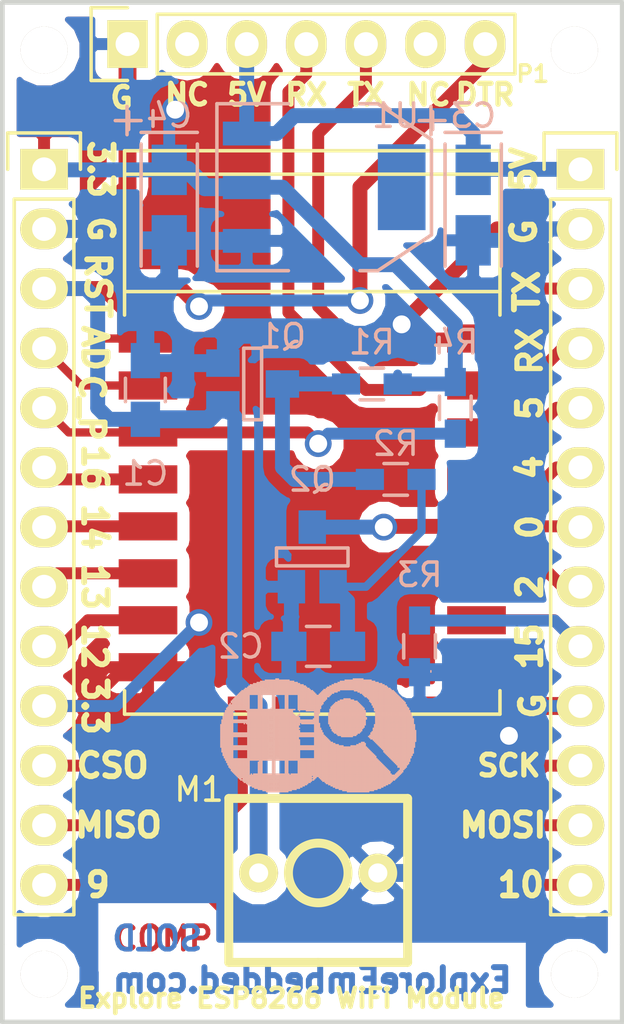
<source format=kicad_pcb>
(kicad_pcb (version 4) (host pcbnew "(2015-01-16 BZR 5376)-product")
  (layers (0 F.Cu signal) (31 B.Cu signal) (34 B.Paste user) (35 F.Paste user) (36 B.SilkS user) (37 F.SilkS user) (38 B.Mask user) (39 F.Mask user) (44 Edge.Cuts user))
  (net 0 "")
  (net 1 GND)
  (net 2 "Net-(C2-Pad1)")
  (net 3 +5V)
  (net 4 +3V3)
  (net 5 "Net-(M1-Pad16)")
  (net 6 "Net-(M1-Pad2)")
  (net 7 "Net-(M1-Pad3)")
  (net 8 "Net-(M1-Pad4)")
  (net 9 "Net-(M1-Pad5)")
  (net 10 "Net-(M1-Pad6)")
  (net 11 "Net-(M1-Pad7)")
  (net 12 "Net-(M1-Pad9)")
  (net 13 "Net-(M1-Pad10)")
  (net 14 /GPIO10)
  (net 15 /MOSI)
  (net 16 /SCK)
  (net 17 "Net-(M1-Pad11)")
  (net 18 "Net-(M1-Pad17)")
  (net 19 /GPIO0)
  (net 20 "Net-(M1-Pad19)")
  (net 21 "Net-(M1-Pad20)")
  (net 22 /TX)
  (net 23 /RX)
  (net 24 "Net-(Q1-PadD)")
  (net 25 "Net-(P4-Pad1)")
  (net 26 "Net-(P5-Pad1)")
  (net 27 "Net-(P6-Pad1)")
  (net 28 "Net-(P7-Pad1)")
  (net 29 /RESET)
  (net 30 "Net-(P1-Pad2)")
  (net 31 "Net-(P1-Pad6)")
  (module ESP12E:ESP-12E (layer F.Cu) (at 125.73 61.468 270)
    (fp_text reference M1 (at 13.208 4.826 360) (layer F.SilkS))
    (fp_text value ESP-12E hide)
    (pad 1 smd rect (at -6 7 270) (size 1.2 2.5) (layers F.Cu F.Paste F.Mask) (net 29 /RESET))
    (pad 2 smd rect (at -4 7 270) (size 1.2 2.5) (layers F.Cu F.Paste F.Mask) (net 6 "Net-(M1-Pad2)"))
    (pad 3 smd rect (at -2 7 270) (size 1.2 2.5) (layers F.Cu F.Paste F.Mask) (net 7 "Net-(M1-Pad3)"))
    (pad 4 smd rect (at 0 7 270) (size 1.2 2.5) (layers F.Cu F.Paste F.Mask) (net 8 "Net-(M1-Pad4)"))
    (pad 5 smd rect (at 2 7 270) (size 1.2 2.5) (layers F.Cu F.Paste F.Mask) (net 9 "Net-(M1-Pad5)"))
    (pad 6 smd rect (at 4 7 270) (size 1.2 2.5) (layers F.Cu F.Paste F.Mask) (net 10 "Net-(M1-Pad6)"))
    (pad 7 smd rect (at 6 7 270) (size 1.2 2.5) (layers F.Cu F.Paste F.Mask) (net 11 "Net-(M1-Pad7)"))
    (pad 8 smd rect (at 8 7 270) (size 1.2 2.5) (layers F.Cu F.Paste F.Mask) (net 4 +3V3))
    (pad 9 smd rect (at 10.5 5 180) (size 1.2 2.5) (layers F.Cu F.Paste F.Mask) (net 12 "Net-(M1-Pad9)"))
    (pad 10 smd rect (at 10.5 3 180) (size 1.2 2.5) (layers F.Cu F.Paste F.Mask) (net 13 "Net-(M1-Pad10)"))
    (pad 12 smd rect (at 10.5 -1 180) (size 1.2 2.5) (layers F.Cu F.Paste F.Mask) (net 14 /GPIO10))
    (pad 13 smd rect (at 10.5 -3 180) (size 1.2 2.5) (layers F.Cu F.Paste F.Mask) (net 15 /MOSI))
    (pad 14 smd rect (at 10.5 -5 180) (size 1.2 2.5) (layers F.Cu F.Paste F.Mask) (net 16 /SCK))
    (pad 15 smd rect (at 8 -7 270) (size 1.2 2.5) (layers F.Cu F.Paste F.Mask) (net 1 GND))
    (pad 16 smd rect (at 6 -7 270) (size 1.2 2.5) (layers F.Cu F.Paste F.Mask) (net 5 "Net-(M1-Pad16)"))
    (pad 11 smd rect (at 10.5 1 180) (size 1.2 2.5) (layers F.Cu F.Paste F.Mask) (net 17 "Net-(M1-Pad11)"))
    (pad 17 smd rect (at 4 -7 270) (size 1.2 2.5) (layers F.Cu F.Paste F.Mask) (net 18 "Net-(M1-Pad17)"))
    (pad 18 smd rect (at 2 -7 270) (size 1.2 2.5) (layers F.Cu F.Paste F.Mask) (net 19 /GPIO0))
    (pad 19 smd rect (at 0 -7 270) (size 1.2 2.5) (layers F.Cu F.Paste F.Mask) (net 20 "Net-(M1-Pad19)"))
    (pad 20 smd rect (at -2 -7 270) (size 1.2 2.5) (layers F.Cu F.Paste F.Mask) (net 21 "Net-(M1-Pad20)"))
    (pad 21 smd rect (at -4 -7 270) (size 1.2 2.5) (layers F.Cu F.Paste F.Mask) (net 23 /RX))
    (pad 22 smd rect (at -6 -7 270) (size 1.2 2.5) (layers F.Cu F.Paste F.Mask) (net 22 /TX))
  )
  (module Connect:1pin (layer F.Cu) (at 136.906 43.18)
    (fp_text reference P7 hide)
    (fp_text value CONN_01X01 hide)
    (pad 1 thru_hole circle (at 0 0) (size 2 2) (drill 2) (layers *.Cu *.Mask F.SilkS) (net 28 "Net-(P7-Pad1)"))
  )
  (module Connect:1pin (layer F.Cu) (at 114.3 43.18)
    (fp_text reference P4 hide)
    (fp_text value CONN_01X01 hide)
    (pad 1 thru_hole circle (at 0 0) (size 2 2) (drill 2) (layers *.Cu *.Mask F.SilkS) (net 25 "Net-(P4-Pad1)"))
  )
  (module Connect:1pin (layer F.Cu) (at 114.3 82.55)
    (fp_text reference P6 hide)
    (fp_text value CONN_01X01 hide)
    (pad 1 thru_hole circle (at 0 0) (size 2 2) (drill 2) (layers *.Cu *.Mask F.SilkS) (net 27 "Net-(P6-Pad1)"))
  )
  (module Connect:1pin (layer F.Cu) (at 136.906 82.55)
    (fp_text reference P5 hide)
    (fp_text value CONN_01X01 hide)
    (pad 1 thru_hole circle (at 0 0) (size 2 2) (drill 2) (layers *.Cu *.Mask F.SilkS) (net 26 "Net-(P5-Pad1)"))
  )
  (module Capacitors_SMD:C_0805_HandSoldering (layer B.Cu) (at 118.618 57.658 90)
    (fp_text reference C1 (at -3.556 0 180) (layer B.SilkS) (effects (justify mirror)))
    (fp_text value 0.1u hide)
    (pad 1 smd rect (at -1.25 0 90) (size 1.5 1.25) (layers B.Cu B.Paste B.Mask) (net 29 /RESET))
    (pad 2 smd rect (at 1.25 0 90) (size 1.5 1.25) (layers B.Cu B.Paste B.Mask) (net 1 GND))
  )
  (module Capacitors_SMD:C_0805_HandSoldering (layer B.Cu) (at 125.984 68.58 180)
    (fp_text reference C2 (at 3.302 0 180) (layer B.SilkS) (effects (justify mirror)))
    (fp_text value 2u2 hide)
    (pad 1 smd rect (at -1.25 0 180) (size 1.5 1.25) (layers B.Cu B.Paste B.Mask) (net 2 "Net-(C2-Pad1)"))
    (pad 2 smd rect (at 1.25 0 180) (size 1.5 1.25) (layers B.Cu B.Paste B.Mask) (net 1 GND))
  )
  (module Capacitors_Tantalum_SMD:TantalC_SizeA_EIA-3216_Wave (layer B.Cu) (at 132.588 49.784 270)
    (fp_text reference C3 (at -3.81 0 360) (layer B.SilkS) (effects (justify mirror)))
    (fp_text value 4u7 hide)
    (fp_text user + (at -3.59918 1.80086 270) (layer B.SilkS) (effects (justify mirror)))
    (pad 2 smd rect (at 1.50114 0 270) (size 2.14884 1.50114) (layers B.Cu B.Paste B.Mask) (net 1 GND))
    (pad 1 smd rect (at -1.50114 0 270) (size 2.14884 1.50114) (layers B.Cu B.Paste B.Mask) (net 3 +5V))
  )
  (module Capacitors_Tantalum_SMD:TantalC_SizeA_EIA-3216_Wave (layer B.Cu) (at 119.634 49.784 270)
    (fp_text reference C4 (at -3.81 0 360) (layer B.SilkS) (effects (justify mirror)))
    (fp_text value 10u hide)
    (fp_text user + (at -3.59918 1.80086 270) (layer B.SilkS) (effects (justify mirror)))
    (pad 2 smd rect (at 1.50114 0 270) (size 2.14884 1.50114) (layers B.Cu B.Paste B.Mask) (net 1 GND))
    (pad 1 smd rect (at -1.50114 0 270) (size 2.14884 1.50114) (layers B.Cu B.Paste B.Mask) (net 4 +3V3))
  )
  (module Pin_Headers:Pin_Header_Straight_1x13 (layer F.Cu) (at 137.16 48.26)
    (fp_text reference P2 hide)
    (fp_text value CONN_01X13 hide)
    (pad 1 thru_hole rect (at 0 0) (size 2.032 1.7272) (drill 1.016) (layers *.Cu *.Mask F.SilkS) (net 3 +5V))
    (pad 2 thru_hole oval (at 0 2.54) (size 2.032 1.7272) (drill 1.016) (layers *.Cu *.Mask F.SilkS) (net 1 GND))
    (pad 3 thru_hole oval (at 0 5.08) (size 2.032 1.7272) (drill 1.016) (layers *.Cu *.Mask F.SilkS) (net 22 /TX))
    (pad 4 thru_hole oval (at 0 7.62) (size 2.032 1.7272) (drill 1.016) (layers *.Cu *.Mask F.SilkS) (net 23 /RX))
    (pad 5 thru_hole oval (at 0 10.16) (size 2.032 1.7272) (drill 1.016) (layers *.Cu *.Mask F.SilkS) (net 21 "Net-(M1-Pad20)"))
    (pad 6 thru_hole oval (at 0 12.7) (size 2.032 1.7272) (drill 1.016) (layers *.Cu *.Mask F.SilkS) (net 20 "Net-(M1-Pad19)"))
    (pad 7 thru_hole oval (at 0 15.24) (size 2.032 1.7272) (drill 1.016) (layers *.Cu *.Mask F.SilkS) (net 19 /GPIO0))
    (pad 8 thru_hole oval (at 0 17.78) (size 2.032 1.7272) (drill 1.016) (layers *.Cu *.Mask F.SilkS) (net 18 "Net-(M1-Pad17)"))
    (pad 9 thru_hole oval (at 0 20.32) (size 2.032 1.7272) (drill 1.016) (layers *.Cu *.Mask F.SilkS) (net 5 "Net-(M1-Pad16)"))
    (pad 10 thru_hole oval (at 0 22.86) (size 2.032 1.7272) (drill 1.016) (layers *.Cu *.Mask F.SilkS) (net 1 GND))
    (pad 11 thru_hole oval (at 0 25.4) (size 2.032 1.7272) (drill 1.016) (layers *.Cu *.Mask F.SilkS) (net 16 /SCK))
    (pad 12 thru_hole oval (at 0 27.94) (size 2.032 1.7272) (drill 1.016) (layers *.Cu *.Mask F.SilkS) (net 15 /MOSI))
    (pad 13 thru_hole oval (at 0 30.48) (size 2.032 1.7272) (drill 1.016) (layers *.Cu *.Mask F.SilkS) (net 14 /GPIO10))
  )
  (module Pin_Headers:Pin_Header_Straight_1x13 (layer F.Cu) (at 114.3 48.26)
    (fp_text reference P3 hide)
    (fp_text value CONN_01X13 hide)
    (pad 1 thru_hole rect (at 0 0) (size 2.032 1.7272) (drill 1.016) (layers *.Cu *.Mask F.SilkS) (net 4 +3V3))
    (pad 2 thru_hole oval (at 0 2.54) (size 2.032 1.7272) (drill 1.016) (layers *.Cu *.Mask F.SilkS) (net 1 GND))
    (pad 3 thru_hole oval (at 0 5.08) (size 2.032 1.7272) (drill 1.016) (layers *.Cu *.Mask F.SilkS) (net 29 /RESET))
    (pad 4 thru_hole oval (at 0 7.62) (size 2.032 1.7272) (drill 1.016) (layers *.Cu *.Mask F.SilkS) (net 6 "Net-(M1-Pad2)"))
    (pad 5 thru_hole oval (at 0 10.16) (size 2.032 1.7272) (drill 1.016) (layers *.Cu *.Mask F.SilkS) (net 7 "Net-(M1-Pad3)"))
    (pad 6 thru_hole oval (at 0 12.7) (size 2.032 1.7272) (drill 1.016) (layers *.Cu *.Mask F.SilkS) (net 8 "Net-(M1-Pad4)"))
    (pad 7 thru_hole oval (at 0 15.24) (size 2.032 1.7272) (drill 1.016) (layers *.Cu *.Mask F.SilkS) (net 9 "Net-(M1-Pad5)"))
    (pad 8 thru_hole oval (at 0 17.78) (size 2.032 1.7272) (drill 1.016) (layers *.Cu *.Mask F.SilkS) (net 10 "Net-(M1-Pad6)"))
    (pad 9 thru_hole oval (at 0 20.32) (size 2.032 1.7272) (drill 1.016) (layers *.Cu *.Mask F.SilkS) (net 11 "Net-(M1-Pad7)"))
    (pad 10 thru_hole oval (at 0 22.86) (size 2.032 1.7272) (drill 1.016) (layers *.Cu *.Mask F.SilkS) (net 4 +3V3))
    (pad 11 thru_hole oval (at 0 25.4) (size 2.032 1.7272) (drill 1.016) (layers *.Cu *.Mask F.SilkS) (net 12 "Net-(M1-Pad9)"))
    (pad 12 thru_hole oval (at 0 27.94) (size 2.032 1.7272) (drill 1.016) (layers *.Cu *.Mask F.SilkS) (net 13 "Net-(M1-Pad10)"))
    (pad 13 thru_hole oval (at 0 30.48) (size 2.032 1.7272) (drill 1.016) (layers *.Cu *.Mask F.SilkS) (net 17 "Net-(M1-Pad11)"))
  )
  (module ESP12E:SOT-23-GDS (layer B.Cu) (at 123.19 57.404 270)
    (fp_text reference Q1 (at -2.032 -1.27 360) (layer B.SilkS) (effects (justify mirror)))
    (fp_text value BSS138 hide)
    (pad S smd rect (at -0.889 1.27 270) (size 1.1684 1.4224) (layers B.Cu B.Paste B.Mask) (net 1 GND))
    (pad G smd rect (at 0.889 1.27 270) (size 1.1684 1.4224) (layers B.Cu B.Paste B.Mask) (net 29 /RESET))
    (pad D smd rect (at 0 -1.27 270) (size 1.1684 1.4224) (layers B.Cu B.Paste B.Mask) (net 24 "Net-(Q1-PadD)"))
  )
  (module ESP12E:SOT-23-GDS (layer B.Cu) (at 125.73 64.77)
    (fp_text reference Q2 (at 0 -3.302) (layer B.SilkS) (effects (justify mirror)))
    (fp_text value BSS138 hide)
    (pad S smd rect (at -0.889 1.27) (size 1.1684 1.4224) (layers B.Cu B.Paste B.Mask) (net 1 GND))
    (pad G smd rect (at 0.889 1.27) (size 1.1684 1.4224) (layers B.Cu B.Paste B.Mask) (net 2 "Net-(C2-Pad1)"))
    (pad D smd rect (at 0 -1.27) (size 1.1684 1.4224) (layers B.Cu B.Paste B.Mask) (net 19 /GPIO0))
  )
  (module Resistors_SMD:R_0603_HandSoldering (layer B.Cu) (at 128.27 57.404 180)
    (fp_text reference R1 (at 0 1.778 360) (layer B.SilkS) (effects (justify mirror)))
    (fp_text value 470K hide)
    (pad 1 smd rect (at -1.1 0 180) (size 1.2 0.9) (layers B.Cu B.Paste B.Mask) (net 4 +3V3))
    (pad 2 smd rect (at 1.1 0 180) (size 1.2 0.9) (layers B.Cu B.Paste B.Mask) (net 24 "Net-(Q1-PadD)"))
  )
  (module Resistors_SMD:R_0603_HandSoldering (layer B.Cu) (at 129.286 61.468 180)
    (fp_text reference R2 (at 0 1.524 360) (layer B.SilkS) (effects (justify mirror)))
    (fp_text value 100K hide)
    (pad 1 smd rect (at -1.1 0 180) (size 1.2 0.9) (layers B.Cu B.Paste B.Mask) (net 2 "Net-(C2-Pad1)"))
    (pad 2 smd rect (at 1.1 0 180) (size 1.2 0.9) (layers B.Cu B.Paste B.Mask) (net 24 "Net-(Q1-PadD)"))
  )
  (module Resistors_SMD:R_0603_HandSoldering (layer B.Cu) (at 130.302 68.58 90)
    (fp_text reference R3 (at 3.048 0 180) (layer B.SilkS) (effects (justify mirror)))
    (fp_text value 10K hide)
    (pad 1 smd rect (at -1.1 0 90) (size 1.2 0.9) (layers B.Cu B.Paste B.Mask) (net 1 GND))
    (pad 2 smd rect (at 1.1 0 90) (size 1.2 0.9) (layers B.Cu B.Paste B.Mask) (net 5 "Net-(M1-Pad16)"))
  )
  (module Resistors_SMD:R_0603_HandSoldering (layer B.Cu) (at 131.826 58.42 270)
    (fp_text reference R4 (at -2.794 0 360) (layer B.SilkS) (effects (justify mirror)))
    (fp_text value 47K hide)
    (pad 1 smd rect (at -1.1 0 270) (size 1.2 0.9) (layers B.Cu B.Paste B.Mask) (net 4 +3V3))
    (pad 2 smd rect (at 1.1 0 270) (size 1.2 0.9) (layers B.Cu B.Paste B.Mask) (net 7 "Net-(M1-Pad3)"))
  )
  (module ESP12E:SW_PUSH_SMALL_2pin_xl (layer F.Cu) (at 125.984 78.232 180)
    (fp_text reference SW1 hide)
    (fp_text value SW_PUSH hide)
    (pad 1 thru_hole circle (at -2.54 0 180) (size 1.651 1.651) (drill 0.8128) (layers *.Cu *.Mask F.SilkS) (net 1 GND))
    (pad 2 thru_hole circle (at 2.54 0 180) (size 1.651 1.651) (drill 0.8128) (layers *.Cu *.Mask F.SilkS) (net 29 /RESET))
  )
  (module SMD_Packages:SOT-223 (layer B.Cu) (at 126.238 49.022 90)
    (fp_text reference U1 (at 3.048 3.048 360) (layer B.SilkS) (effects (justify mirror)))
    (fp_text value 1117-3.3 hide)
    (pad 4 smd rect (at 0 3.302 90) (size 3.6576 2.032) (layers B.Cu B.Paste B.Mask))
    (pad 2 smd rect (at 0 -3.302 90) (size 1.016 2.032) (layers B.Cu B.Paste B.Mask) (net 4 +3V3))
    (pad 3 smd rect (at 2.286 -3.302 90) (size 1.016 2.032) (layers B.Cu B.Paste B.Mask) (net 3 +5V))
    (pad 1 smd rect (at -2.286 -3.302 90) (size 1.016 2.032) (layers B.Cu B.Paste B.Mask) (net 1 GND))
  )
  (module Pin_Headers:Pin_Header_Straight_1x07 (layer F.Cu) (at 117.856 42.926 90)
    (fp_text reference P1 (at -1.27 17.272 180) (layer F.SilkS) (effects (font (size 0.7 0.7))))
    (fp_text value CONN_01X07 hide)
    (pad 1 thru_hole rect (at 0 0 90) (size 2.032 1.7272) (drill 1.016) (layers *.Cu *.Mask F.SilkS) (net 1 GND))
    (pad 2 thru_hole oval (at 0 2.54 90) (size 2.032 1.7272) (drill 1.016) (layers *.Cu *.Mask F.SilkS) (net 30 "Net-(P1-Pad2)"))
    (pad 3 thru_hole oval (at 0 5.08 90) (size 2.032 1.7272) (drill 1.016) (layers *.Cu *.Mask F.SilkS) (net 3 +5V))
    (pad 4 thru_hole oval (at 0 7.62 90) (size 2.032 1.7272) (drill 1.016) (layers *.Cu *.Mask F.SilkS) (net 23 /RX))
    (pad 5 thru_hole oval (at 0 10.16 90) (size 2.032 1.7272) (drill 1.016) (layers *.Cu *.Mask F.SilkS) (net 22 /TX))
    (pad 6 thru_hole oval (at 0 12.7 90) (size 2.032 1.7272) (drill 1.016) (layers *.Cu *.Mask F.SilkS) (net 31 "Net-(P1-Pad6)"))
    (pad 7 thru_hole oval (at 0 15.24 90) (size 2.032 1.7272) (drill 1.016) (layers *.Cu *.Mask F.SilkS) (net 29 /RESET))
  )
  (module "logo:LOGO (2)" (layer B.Cu) (at 130.81 69.596 180)
    (fp_text reference LOGO hide)
    (fp_text value "" (at 0 0 180) (layer B.SilkS) (effects (justify mirror)))
  )
  (gr_text DTR (at 133.096 45.085) (layer F.SilkS) (effects (font (size 0.889 0.889) (thickness 0.22225))))
  (gr_text NC (at 130.683 45.085) (layer F.SilkS) (effects (font (size 0.889 0.889) (thickness 0.22225))))
  (gr_text TX (at 128.016 45.085) (layer F.SilkS) (effects (font (size 0.889 0.889) (thickness 0.22225))))
  (gr_text RX (at 125.476 45.085) (layer F.SilkS) (effects (font (size 0.889 0.889) (thickness 0.22225))))
  (gr_text 5V (at 122.936 45.085) (layer F.SilkS) (effects (font (size 0.889 0.889) (thickness 0.22225))))
  (gr_text NC (at 120.396 45.085) (layer F.SilkS) (effects (font (size 0.889 0.889) (thickness 0.22225))))
  (gr_text G (at 117.602 45.212) (layer F.SilkS) (effects (font (size 0.889 0.889) (thickness 0.22225))))
  (gr_text ExploreEmbedded.com (at 125.73 82.804) (layer B.Cu) (effects (font (size 1.016 1.016) (thickness 0.254)) (justify mirror)))
  (gr_text "Explore ESP8266 WiFi Module" (at 124.841 83.566) (layer F.SilkS) (effects (font (size 0.8 0.8) (thickness 0.2))))
  (gr_text 5V (at 134.747 48.26 90) (layer F.SilkS) (effects (font (size 1 1) (thickness 0.25))))
  (gr_text G (at 134.747 50.927 90) (layer F.SilkS) (effects (font (size 1 1) (thickness 0.25))))
  (gr_text TX (at 134.874 53.467 90) (layer F.SilkS) (effects (font (size 1 1) (thickness 0.25))))
  (gr_text RX (at 135.001 56.007 90) (layer F.SilkS) (effects (font (size 1 1) (thickness 0.22225))))
  (gr_text 5 (at 135.001 58.42 90) (layer F.SilkS) (effects (font (size 1 1) (thickness 0.25))))
  (gr_text 4 (at 135.001 60.96 90) (layer F.SilkS) (effects (font (size 1 1) (thickness 0.25))))
  (gr_text "0\n" (at 135.001 63.5 90) (layer F.SilkS) (effects (font (size 1 1) (thickness 0.25))))
  (gr_text 2 (at 135.001 66.04 90) (layer F.SilkS) (effects (font (size 1 1) (thickness 0.25))))
  (gr_text 15 (at 135.001 68.58 90) (layer F.SilkS) (effects (font (size 1 1) (thickness 0.25))))
  (gr_text G (at 135.128 71.12 90) (layer F.SilkS) (effects (font (size 1 1) (thickness 0.25))))
  (gr_text SCK (at 134.112 73.66) (layer F.SilkS) (effects (font (size 0.889 0.889) (thickness 0.22225))))
  (gr_text MOSI (at 133.858 76.2) (layer F.SilkS) (effects (font (size 1 1) (thickness 0.25))))
  (gr_text 10 (at 134.62 78.74) (layer F.SilkS) (effects (font (size 1 1) (thickness 0.25))))
  (gr_text 9 (at 116.586 78.74) (layer F.SilkS) (effects (font (size 1 1) (thickness 0.25))))
  (gr_text MISO (at 117.475 76.2) (layer F.SilkS) (effects (font (size 1 1) (thickness 0.25))))
  (gr_text CSO (at 117.221 73.66) (layer F.SilkS) (effects (font (size 1 1) (thickness 0.25))))
  (gr_text 3.3 (at 116.459 71.12 270) (layer F.SilkS) (effects (font (size 1 1) (thickness 0.25))))
  (gr_text 12 (at 116.459 68.58 270) (layer F.SilkS) (effects (font (size 1 1) (thickness 0.25))))
  (gr_text 13 (at 116.459 66.04 270) (layer F.SilkS) (effects (font (size 1 1) (thickness 0.25))))
  (gr_text 14 (at 116.459 63.5 270) (layer F.SilkS) (effects (font (size 1 1) (thickness 0.25))))
  (gr_text 16 (at 116.459 60.96 270) (layer F.SilkS) (effects (font (size 1 1) (thickness 0.25))))
  (gr_text C_P (at 116.332 58.42 270) (layer F.SilkS) (effects (font (size 1 1) (thickness 0.25))))
  (gr_text "AD\n" (at 116.459 55.88 270) (layer F.SilkS) (effects (font (size 1 1) (thickness 0.25))))
  (gr_text RST (at 116.586 53.213 270) (layer F.SilkS) (effects (font (size 1 1) (thickness 0.25))))
  (gr_text G (at 116.713 50.8 270) (layer F.SilkS) (effects (font (size 1 1) (thickness 0.25))))
  (gr_text 3.3 (at 116.713 48.26 270) (layer F.SilkS) (effects (font (size 1 1) (thickness 0.25))))
  (gr_line (start 138.938 84.582) (end 138.938 81.28) (angle 90) (layer Edge.Cuts) (width 0.2))
  (gr_line (start 112.522 84.582) (end 138.938 84.582) (angle 90) (layer Edge.Cuts) (width 0.2))
  (gr_line (start 112.522 81.28) (end 112.522 84.582) (angle 90) (layer Edge.Cuts) (width 0.2))
  (gr_text COMP (at 119.38 81.026) (layer F.Cu) (effects (font (size 1 1) (thickness 0.2))))
  (gr_text SOLD (at 119.126 81.026) (layer B.Cu) (effects (font (size 1 1) (thickness 0.2)) (justify mirror)))
  (gr_line (start 138.938 41.148) (end 112.522 41.148) (angle 90) (layer Edge.Cuts) (width 0.2))
  (gr_line (start 138.938 81.28) (end 138.938 41.148) (angle 90) (layer Edge.Cuts) (width 0.2))
  (gr_line (start 112.522 41.148) (end 112.522 81.28) (angle 90) (layer Edge.Cuts) (width 0.2))
  (segment (start 122.936 51.308) (end 119.65686 51.308) (width 0.762) (layer B.Cu) (net 1))
  (segment (start 119.65686 51.308) (end 119.634 51.28514) (width 0.35) (layer B.Cu) (net 1))
  (segment (start 116.332 50.8) (end 114.3 50.8) (width 0.762) (layer B.Cu) (net 1))
  (segment (start 116.81714 51.28514) (end 116.332 50.8) (width 0.35) (layer B.Cu) (net 1))
  (segment (start 130.302 69.68) (end 132.926 69.68) (width 0.35) (layer B.Cu) (net 1))
  (segment (start 133.73 69.468) (end 133.73 70.484) (width 0.35) (layer F.Cu) (net 1))
  (via (at 134.112 72.39) (size 1.143) (drill 0.762) (layers F.Cu B.Cu) (net 1))
  (segment (start 134.112 72.39) (end 134.366 72.136) (width 0.35) (layer F.Cu) (net 1))
  (segment (start 121.813 56.408) (end 121.92 56.515) (width 0.35) (layer B.Cu) (net 1))
  (segment (start 118.618 56.408) (end 121.813 56.408) (width 0.35) (layer B.Cu) (net 1))
  (segment (start 124.841 68.473) (end 124.734 68.58) (width 0.35) (layer B.Cu) (net 1))
  (segment (start 124.841 66.04) (end 124.841 68.473) (width 0.635) (layer B.Cu) (net 1))
  (segment (start 129.624 69.68) (end 128.778 68.834) (width 0.35) (layer B.Cu) (net 1))
  (segment (start 128.778 68.834) (end 128.778 66.480084) (width 0.35) (layer B.Cu) (net 1))
  (segment (start 128.778 66.480084) (end 131.250084 64.008) (width 0.35) (layer B.Cu) (net 1))
  (segment (start 131.250084 64.008) (end 133.096 64.008) (width 0.35) (layer B.Cu) (net 1))
  (segment (start 133.096 64.008) (end 133.35 63.754) (width 0.35) (layer B.Cu) (net 1))
  (segment (start 130.302 69.68) (end 129.624 69.68) (width 0.508) (layer B.Cu) (net 1))
  (segment (start 117.856 49.022) (end 116.078 50.8) (width 0.762) (layer F.Cu) (net 1))
  (segment (start 116.078 50.8) (end 114.3 50.8) (width 0.762) (layer F.Cu) (net 1))
  (segment (start 117.856 42.926) (end 117.856 49.022) (width 0.762) (layer F.Cu) (net 1))
  (segment (start 121.92 56.134) (end 121.92 56.515) (width 0.381) (layer B.Cu) (net 1))
  (segment (start 133.604 50.8) (end 129.54 54.864) (width 0.635) (layer F.Cu) (net 1))
  (via (at 129.54 54.864) (size 1.143) (drill 0.762) (layers F.Cu B.Cu) (net 1))
  (segment (start 129.54 54.864) (end 129.032 55.372) (width 0.635) (layer B.Cu) (net 1))
  (segment (start 129.032 55.372) (end 122.682 55.372) (width 0.635) (layer B.Cu) (net 1))
  (segment (start 122.682 55.372) (end 121.92 56.134) (width 0.635) (layer B.Cu) (net 1))
  (segment (start 137.16 50.8) (end 133.604 50.8) (width 0.635) (layer F.Cu) (net 1))
  (segment (start 116.332 50.8) (end 114.3 50.8) (width 0.762) (layer B.Cu) (net 1))
  (segment (start 116.81714 51.28514) (end 116.332 50.8) (width 0.762) (layer B.Cu) (net 1))
  (segment (start 119.634 51.28514) (end 116.81714 51.28514) (width 0.762) (layer B.Cu) (net 1))
  (segment (start 118.618 53.848) (end 119.634 52.832) (width 0.762) (layer B.Cu) (net 1))
  (segment (start 119.634 52.832) (end 119.634 51.28514) (width 0.762) (layer B.Cu) (net 1))
  (segment (start 118.618 56.408) (end 118.618 53.848) (width 0.762) (layer B.Cu) (net 1))
  (segment (start 118.725 56.515) (end 118.618 56.408) (width 0.762) (layer B.Cu) (net 1))
  (segment (start 121.92 56.515) (end 118.725 56.515) (width 0.762) (layer B.Cu) (net 1))
  (segment (start 132.926 69.68) (end 130.302 69.68) (width 0.762) (layer B.Cu) (net 1))
  (segment (start 134.112 70.866) (end 132.926 69.68) (width 0.762) (layer B.Cu) (net 1))
  (segment (start 134.112 72.39) (end 134.112 70.866) (width 0.762) (layer B.Cu) (net 1))
  (segment (start 133.73 72.008) (end 134.112 72.39) (width 0.762) (layer F.Cu) (net 1))
  (segment (start 133.73 69.468) (end 133.73 72.008) (width 0.762) (layer F.Cu) (net 1))
  (segment (start 135.382 71.12) (end 134.112 72.39) (width 0.762) (layer F.Cu) (net 1))
  (segment (start 137.16 71.12) (end 135.382 71.12) (width 0.762) (layer F.Cu) (net 1))
  (segment (start 124.734 70.378) (end 126.746 72.39) (width 0.635) (layer B.Cu) (net 1))
  (segment (start 126.746 72.39) (end 134.112 72.39) (width 0.635) (layer B.Cu) (net 1))
  (segment (start 124.734 68.58) (end 124.734 70.378) (width 0.635) (layer B.Cu) (net 1))
  (segment (start 134.366 50.8) (end 133.88086 51.28514) (width 0.635) (layer B.Cu) (net 1))
  (segment (start 133.88086 51.28514) (end 132.588 51.28514) (width 0.635) (layer B.Cu) (net 1))
  (segment (start 137.16 50.8) (end 134.366 50.8) (width 0.635) (layer B.Cu) (net 1))
  (segment (start 135.89 50.8) (end 134.112 52.578) (width 0.635) (layer B.Cu) (net 1))
  (segment (start 134.112 52.578) (end 134.112 62.992) (width 0.635) (layer B.Cu) (net 1))
  (segment (start 134.112 62.992) (end 133.35 63.754) (width 0.635) (layer B.Cu) (net 1))
  (segment (start 137.16 50.8) (end 135.89 50.8) (width 0.635) (layer B.Cu) (net 1))
  (segment (start 132.334 78.232) (end 133.35 77.216) (width 0.762) (layer B.Cu) (net 1))
  (segment (start 134.112 76.454) (end 134.112 72.39) (width 0.762) (layer B.Cu) (net 1))
  (segment (start 133.35 77.216) (end 134.112 76.454) (width 0.762) (layer B.Cu) (net 1))
  (segment (start 128.524 78.232) (end 132.334 78.232) (width 0.762) (layer B.Cu) (net 1))
  (segment (start 130.386 63.67) (end 130.386 61.468) (width 0.35) (layer B.Cu) (net 2))
  (segment (start 128.016 66.04) (end 130.386 63.67) (width 0.35) (layer B.Cu) (net 2))
  (segment (start 126.619 66.04) (end 128.016 66.04) (width 0.35) (layer B.Cu) (net 2))
  (segment (start 127.234 66.655) (end 126.619 66.04) (width 0.635) (layer B.Cu) (net 2))
  (segment (start 127.234 68.58) (end 127.234 66.655) (width 0.635) (layer B.Cu) (net 2))
  (segment (start 132.588 48.28286) (end 137.13714 48.28286) (width 0.35) (layer B.Cu) (net 3))
  (segment (start 137.13714 48.28286) (end 137.16 48.26) (width 0.35) (layer B.Cu) (net 3))
  (segment (start 122.936 42.926) (end 122.936 46.736) (width 0.635) (layer B.Cu) (net 3))
  (segment (start 124.206 46.736) (end 124.968 45.974) (width 0.635) (layer B.Cu) (net 3))
  (segment (start 124.968 45.974) (end 131.826 45.974) (width 0.635) (layer B.Cu) (net 3))
  (segment (start 131.826 45.974) (end 132.588 46.736) (width 0.635) (layer B.Cu) (net 3))
  (segment (start 132.588 46.736) (end 132.588 48.28286) (width 0.635) (layer B.Cu) (net 3))
  (segment (start 122.936 46.736) (end 124.206 46.736) (width 0.635) (layer B.Cu) (net 3))
  (segment (start 132.61086 48.26) (end 132.588 48.28286) (width 0.635) (layer B.Cu) (net 3))
  (segment (start 137.16 48.26) (end 132.61086 48.26) (width 0.635) (layer B.Cu) (net 3))
  (segment (start 114.32286 48.28286) (end 114.3 48.26) (width 0.35) (layer B.Cu) (net 4))
  (segment (start 114.32286 48.28286) (end 114.3 48.26) (width 0.35) (layer B.Cu) (net 4))
  (segment (start 131.742 57.404) (end 131.826 57.32) (width 0.35) (layer B.Cu) (net 4))
  (segment (start 129.37 57.404) (end 131.742 57.404) (width 0.635) (layer B.Cu) (net 4))
  (segment (start 124.46 49.022) (end 122.936 49.022) (width 0.381) (layer B.Cu) (net 4))
  (segment (start 129.37 57.404) (end 129.37 56.98) (width 0.381) (layer B.Cu) (net 4))
  (segment (start 124.46 49.022) (end 122.936 49.022) (width 0.635) (layer B.Cu) (net 4))
  (segment (start 131.826 54.864) (end 129.286 52.324) (width 0.635) (layer B.Cu) (net 4))
  (segment (start 129.286 52.324) (end 127.762 52.324) (width 0.635) (layer B.Cu) (net 4))
  (segment (start 127.762 52.324) (end 124.46 49.022) (width 0.635) (layer B.Cu) (net 4))
  (segment (start 131.826 57.32) (end 131.826 54.864) (width 0.635) (layer B.Cu) (net 4))
  (segment (start 120.41886 48.28286) (end 119.634 48.28286) (width 0.762) (layer B.Cu) (net 4))
  (segment (start 121.158 49.022) (end 120.41886 48.28286) (width 0.762) (layer B.Cu) (net 4))
  (segment (start 122.936 49.022) (end 121.158 49.022) (width 0.762) (layer B.Cu) (net 4))
  (segment (start 117.348 71.12) (end 120.904 67.564) (width 0.508) (layer B.Cu) (net 4))
  (via (at 120.904 67.564) (size 1.143) (drill 0.762) (layers F.Cu B.Cu) (net 4))
  (segment (start 120.904 67.564) (end 127.762 60.706) (width 0.508) (layer F.Cu) (net 4))
  (segment (start 127.762 60.706) (end 127.762 59.182) (width 0.508) (layer F.Cu) (net 4))
  (segment (start 127.762 59.182) (end 123.19 54.61) (width 0.508) (layer F.Cu) (net 4))
  (segment (start 123.19 54.61) (end 123.19 49.022) (width 0.508) (layer F.Cu) (net 4))
  (segment (start 123.19 49.022) (end 119.888 45.72) (width 0.508) (layer F.Cu) (net 4))
  (via (at 119.888 45.72) (size 1.143) (drill 0.762) (layers F.Cu B.Cu) (net 4))
  (segment (start 119.888 45.72) (end 119.634 45.974) (width 0.508) (layer B.Cu) (net 4))
  (segment (start 119.634 45.974) (end 119.634 48.28286) (width 0.508) (layer B.Cu) (net 4))
  (segment (start 114.3 71.12) (end 117.348 71.12) (width 0.508) (layer B.Cu) (net 4))
  (segment (start 116.078 71.12) (end 114.3 71.12) (width 0.508) (layer F.Cu) (net 4))
  (segment (start 117.73 69.468) (end 116.078 71.12) (width 0.508) (layer F.Cu) (net 4))
  (segment (start 118.23 69.468) (end 117.73 69.468) (width 0.508) (layer F.Cu) (net 4))
  (segment (start 114.32286 48.28286) (end 114.3 48.26) (width 0.508) (layer B.Cu) (net 4))
  (segment (start 114.32286 48.28286) (end 114.3 48.26) (width 0.635) (layer B.Cu) (net 4))
  (segment (start 119.634 48.28286) (end 114.32286 48.28286) (width 0.635) (layer B.Cu) (net 4))
  (segment (start 130.302 67.48) (end 136.06 67.48) (width 0.508) (layer B.Cu) (net 5))
  (segment (start 136.06 67.48) (end 137.16 68.58) (width 0.508) (layer B.Cu) (net 5))
  (segment (start 136.048 67.468) (end 137.16 68.58) (width 0.35) (layer F.Cu) (net 5))
  (segment (start 133.73 67.468) (end 136.048 67.468) (width 0.35) (layer F.Cu) (net 5))
  (segment (start 136.048 67.468) (end 137.16 68.58) (width 0.508) (layer F.Cu) (net 5))
  (segment (start 133.23 67.468) (end 136.048 67.468) (width 0.508) (layer F.Cu) (net 5))
  (segment (start 115.888 57.468) (end 114.3 55.88) (width 0.35) (layer F.Cu) (net 6))
  (segment (start 117.73 57.468) (end 115.888 57.468) (width 0.35) (layer F.Cu) (net 6))
  (segment (start 115.348 59.468) (end 114.3 58.42) (width 0.35) (layer F.Cu) (net 7))
  (segment (start 117.73 59.468) (end 115.348 59.468) (width 0.35) (layer F.Cu) (net 7))
  (segment (start 126.408 59.52) (end 125.984 59.944) (width 0.508) (layer B.Cu) (net 7))
  (via (at 125.984 59.944) (size 1.143) (drill 0.762) (layers F.Cu B.Cu) (net 7))
  (segment (start 125.984 59.944) (end 125.508 59.468) (width 0.508) (layer F.Cu) (net 7))
  (segment (start 125.508 59.468) (end 117.73 59.468) (width 0.508) (layer F.Cu) (net 7))
  (segment (start 131.826 59.52) (end 126.408 59.52) (width 0.508) (layer B.Cu) (net 7))
  (segment (start 114.808 61.468) (end 114.3 60.96) (width 0.35) (layer F.Cu) (net 8))
  (segment (start 117.73 61.468) (end 114.808 61.468) (width 0.35) (layer F.Cu) (net 8))
  (segment (start 114.808 61.468) (end 114.3 60.96) (width 0.508) (layer F.Cu) (net 8))
  (segment (start 118.23 61.468) (end 114.808 61.468) (width 0.508) (layer F.Cu) (net 8))
  (segment (start 114.332 63.468) (end 114.3 63.5) (width 0.35) (layer F.Cu) (net 9))
  (segment (start 117.73 63.468) (end 114.332 63.468) (width 0.35) (layer F.Cu) (net 9))
  (segment (start 114.332 63.468) (end 114.3 63.5) (width 0.508) (layer F.Cu) (net 9))
  (segment (start 118.23 63.468) (end 114.332 63.468) (width 0.508) (layer F.Cu) (net 9))
  (segment (start 114.872 65.468) (end 114.3 66.04) (width 0.35) (layer F.Cu) (net 10))
  (segment (start 117.73 65.468) (end 114.872 65.468) (width 0.35) (layer F.Cu) (net 10))
  (segment (start 114.872 65.468) (end 114.3 66.04) (width 0.508) (layer F.Cu) (net 10))
  (segment (start 118.23 65.468) (end 114.872 65.468) (width 0.508) (layer F.Cu) (net 10))
  (segment (start 115.062 68.58) (end 114.3 68.58) (width 0.508) (layer F.Cu) (net 11))
  (segment (start 116.174 67.468) (end 115.062 68.58) (width 0.508) (layer F.Cu) (net 11))
  (segment (start 118.23 67.468) (end 116.174 67.468) (width 0.508) (layer F.Cu) (net 11))
  (segment (start 114.46 73.5) (end 114.3 73.66) (width 0.35) (layer F.Cu) (net 12))
  (segment (start 119.888 73.66) (end 114.3 73.66) (width 0.508) (layer F.Cu) (net 12))
  (segment (start 120.73 72.818) (end 119.888 73.66) (width 0.508) (layer F.Cu) (net 12))
  (segment (start 120.73 71.468) (end 120.73 72.818) (width 0.508) (layer F.Cu) (net 12))
  (segment (start 121.666 76.2) (end 122.73 75.136) (width 0.35) (layer F.Cu) (net 13))
  (segment (start 114.3 76.2) (end 121.666 76.2) (width 0.35) (layer F.Cu) (net 13))
  (segment (start 121.666 76.2) (end 114.3 76.2) (width 0.508) (layer F.Cu) (net 13))
  (segment (start 122.73 75.136) (end 121.666 76.2) (width 0.508) (layer F.Cu) (net 13))
  (segment (start 122.73 71.468) (end 122.73 75.136) (width 0.508) (layer F.Cu) (net 13))
  (segment (start 126.73 75.454) (end 126.484002 75.699998) (width 0.508) (layer F.Cu) (net 14))
  (segment (start 126.484002 75.699998) (end 126.484002 78.986002) (width 0.508) (layer F.Cu) (net 14))
  (segment (start 126.484002 78.986002) (end 128.016 80.518) (width 0.508) (layer F.Cu) (net 14))
  (segment (start 128.016 80.518) (end 131.572 80.518) (width 0.508) (layer F.Cu) (net 14))
  (segment (start 131.572 80.518) (end 133.35 78.74) (width 0.508) (layer F.Cu) (net 14))
  (segment (start 133.35 78.74) (end 137.16 78.74) (width 0.508) (layer F.Cu) (net 14))
  (segment (start 126.73 71.468) (end 126.73 75.454) (width 0.508) (layer F.Cu) (net 14))
  (segment (start 128.73 74.12) (end 130.81 76.2) (width 0.508) (layer F.Cu) (net 15))
  (segment (start 130.81 76.2) (end 137.16 76.2) (width 0.508) (layer F.Cu) (net 15))
  (segment (start 128.73 71.468) (end 128.73 74.12) (width 0.508) (layer F.Cu) (net 15))
  (segment (start 130.73 71.468) (end 130.73 72.818) (width 0.35) (layer F.Cu) (net 16))
  (segment (start 130.73 74.088) (end 131.318 74.676) (width 0.508) (layer F.Cu) (net 16))
  (segment (start 131.318 74.676) (end 134.62 74.676) (width 0.508) (layer F.Cu) (net 16))
  (segment (start 134.62 74.676) (end 135.636 73.66) (width 0.508) (layer F.Cu) (net 16))
  (segment (start 135.636 73.66) (end 137.16 73.66) (width 0.508) (layer F.Cu) (net 16))
  (segment (start 130.73 71.468) (end 130.73 74.088) (width 0.508) (layer F.Cu) (net 16))
  (segment (start 120.904 78.74) (end 122.174 80.01) (width 0.508) (layer F.Cu) (net 17))
  (segment (start 122.174 80.01) (end 124.46 80.01) (width 0.508) (layer F.Cu) (net 17))
  (segment (start 124.46 80.01) (end 125.476 78.994) (width 0.508) (layer F.Cu) (net 17))
  (segment (start 125.476 78.994) (end 125.476 75.438) (width 0.508) (layer F.Cu) (net 17))
  (segment (start 125.476 75.438) (end 124.73 74.692) (width 0.508) (layer F.Cu) (net 17))
  (segment (start 124.73 74.692) (end 124.73 71.468) (width 0.508) (layer F.Cu) (net 17))
  (segment (start 114.3 78.74) (end 120.904 78.74) (width 0.508) (layer F.Cu) (net 17))
  (segment (start 136.588 65.468) (end 137.16 66.04) (width 0.35) (layer F.Cu) (net 18))
  (segment (start 136.398 66.04) (end 137.16 66.04) (width 0.508) (layer F.Cu) (net 18))
  (segment (start 135.826 65.468) (end 136.398 66.04) (width 0.508) (layer F.Cu) (net 18))
  (segment (start 133.23 65.468) (end 135.826 65.468) (width 0.508) (layer F.Cu) (net 18))
  (segment (start 137.128 63.468) (end 137.16 63.5) (width 0.35) (layer F.Cu) (net 19))
  (segment (start 133.73 63.468) (end 137.128 63.468) (width 0.35) (layer F.Cu) (net 19))
  (via (at 128.778 63.5) (size 1.143) (drill 0.762) (layers F.Cu B.Cu) (net 19))
  (segment (start 128.778 63.5) (end 128.81 63.468) (width 0.35) (layer F.Cu) (net 19))
  (segment (start 128.81 63.468) (end 133.73 63.468) (width 0.635) (layer F.Cu) (net 19))
  (segment (start 125.73 63.5) (end 128.778 63.5) (width 0.635) (layer B.Cu) (net 19))
  (segment (start 137.128 63.468) (end 137.16 63.5) (width 0.508) (layer F.Cu) (net 19))
  (segment (start 133.23 63.468) (end 137.128 63.468) (width 0.508) (layer F.Cu) (net 19))
  (segment (start 136.652 61.468) (end 137.16 60.96) (width 0.35) (layer F.Cu) (net 20))
  (segment (start 136.144 60.96) (end 137.16 60.96) (width 0.508) (layer F.Cu) (net 20))
  (segment (start 135.636 61.468) (end 136.144 60.96) (width 0.508) (layer F.Cu) (net 20))
  (segment (start 133.23 61.468) (end 135.636 61.468) (width 0.508) (layer F.Cu) (net 20))
  (segment (start 136.144 58.42) (end 137.16 58.42) (width 0.508) (layer F.Cu) (net 21))
  (segment (start 135.096 59.468) (end 136.144 58.42) (width 0.508) (layer F.Cu) (net 21))
  (segment (start 133.23 59.468) (end 135.096 59.468) (width 0.508) (layer F.Cu) (net 21))
  (segment (start 133.73 54.23) (end 134.62 53.34) (width 0.35) (layer F.Cu) (net 22))
  (segment (start 134.62 53.34) (end 137.16 53.34) (width 0.35) (layer F.Cu) (net 22))
  (segment (start 133.73 55.468) (end 133.73 54.23) (width 0.35) (layer F.Cu) (net 22))
  (segment (start 128.016 42.926) (end 128.016 43.942) (width 0.381) (layer F.Cu) (net 22))
  (segment (start 128.27 56.388) (end 126.746 54.864) (width 0.508) (layer F.Cu) (net 22))
  (segment (start 126.746 54.864) (end 126.492 54.61) (width 0.508) (layer F.Cu) (net 22))
  (segment (start 126.492 54.61) (end 126.492 54.61) (width 0.381) (layer F.Cu) (net 22))
  (segment (start 130.048 56.388) (end 128.27 56.388) (width 0.508) (layer F.Cu) (net 22))
  (segment (start 130.968 55.468) (end 130.048 56.388) (width 0.508) (layer F.Cu) (net 22))
  (segment (start 133.73 55.468) (end 130.968 55.468) (width 0.508) (layer F.Cu) (net 22))
  (segment (start 125.984 54.102) (end 128.27 56.388) (width 0.508) (layer F.Cu) (net 22))
  (segment (start 125.984 46.736) (end 128.016 44.704) (width 0.508) (layer F.Cu) (net 22))
  (segment (start 125.984 53.848) (end 125.984 46.736) (width 0.508) (layer F.Cu) (net 22))
  (segment (start 128.016 42.926) (end 128.016 44.704) (width 0.508) (layer F.Cu) (net 22))
  (segment (start 125.984 54.102) (end 125.984 53.848) (width 0.508) (layer F.Cu) (net 22))
  (segment (start 134.62 53.34) (end 137.16 53.34) (width 0.508) (layer F.Cu) (net 22))
  (segment (start 133.23 54.73) (end 134.62 53.34) (width 0.508) (layer F.Cu) (net 22))
  (segment (start 133.23 55.468) (end 133.23 54.73) (width 0.508) (layer F.Cu) (net 22))
  (segment (start 127.254 56.896) (end 125.476 55.118) (width 0.508) (layer F.Cu) (net 23))
  (segment (start 131.826 57.468) (end 130.492 57.468) (width 0.381) (layer F.Cu) (net 23))
  (segment (start 133.73 57.468) (end 131.826 57.468) (width 0.381) (layer F.Cu) (net 23))
  (segment (start 130.302 57.658) (end 128.016 57.658) (width 0.508) (layer F.Cu) (net 23))
  (segment (start 127.254 56.896) (end 128.016 57.658) (width 0.508) (layer F.Cu) (net 23))
  (segment (start 125.476 44.196) (end 124.714 44.958) (width 0.508) (layer F.Cu) (net 23))
  (segment (start 124.714 44.958) (end 124.714 54.356) (width 0.508) (layer F.Cu) (net 23))
  (segment (start 124.714 54.356) (end 125.476 55.118) (width 0.508) (layer F.Cu) (net 23))
  (segment (start 125.476 42.926) (end 125.476 44.196) (width 0.508) (layer F.Cu) (net 23))
  (segment (start 131.762 57.468) (end 131.826 57.404) (width 0.508) (layer F.Cu) (net 23))
  (segment (start 131.826 57.404) (end 131.826 57.468) (width 0.508) (layer F.Cu) (net 23))
  (segment (start 130.492 57.468) (end 131.762 57.468) (width 0.508) (layer F.Cu) (net 23))
  (segment (start 130.302 57.658) (end 130.492 57.468) (width 0.508) (layer F.Cu) (net 23))
  (segment (start 136.398 55.88) (end 137.16 55.88) (width 0.508) (layer F.Cu) (net 23))
  (segment (start 134.81 57.468) (end 136.398 55.88) (width 0.508) (layer F.Cu) (net 23))
  (segment (start 133.23 57.468) (end 134.81 57.468) (width 0.508) (layer F.Cu) (net 23))
  (segment (start 124.968 61.468) (end 124.46 60.96) (width 0.635) (layer B.Cu) (net 24))
  (segment (start 124.46 60.96) (end 124.46 57.404) (width 0.635) (layer B.Cu) (net 24))
  (segment (start 128.186 61.468) (end 124.968 61.468) (width 0.635) (layer B.Cu) (net 24))
  (segment (start 125.476 57.404) (end 124.46 57.404) (width 0.635) (layer B.Cu) (net 24))
  (segment (start 127.17 57.404) (end 125.476 57.404) (width 0.635) (layer B.Cu) (net 24))
  (segment (start 117.73 55.468) (end 116.428 55.468) (width 0.35) (layer F.Cu) (net 29))
  (segment (start 116.078 53.34) (end 114.3 53.34) (width 0.635) (layer B.Cu) (net 29))
  (segment (start 116.586 53.848) (end 116.078 53.34) (width 0.635) (layer B.Cu) (net 29))
  (segment (start 116.586 58.42) (end 116.586 53.848) (width 0.635) (layer B.Cu) (net 29))
  (segment (start 117.074 58.908) (end 116.586 58.42) (width 0.635) (layer B.Cu) (net 29))
  (segment (start 118.618 58.908) (end 117.074 58.908) (width 0.635) (layer B.Cu) (net 29))
  (segment (start 117.73 54.23) (end 116.84 53.34) (width 0.381) (layer F.Cu) (net 29))
  (segment (start 116.84 53.34) (end 114.3 53.34) (width 0.381) (layer F.Cu) (net 29))
  (segment (start 120.904 54.102) (end 120.142 53.34) (width 0.381) (layer F.Cu) (net 29))
  (via (at 120.904 54.102) (size 1.143) (drill 0.762) (layers F.Cu B.Cu) (net 29))
  (via (at 127.762 53.848) (size 1.143) (drill 0.762) (layers F.Cu B.Cu) (net 29))
  (segment (start 127.762 49.022) (end 127.762 53.848) (width 0.635) (layer F.Cu) (net 29))
  (segment (start 133.096 43.688) (end 127.762 49.022) (width 0.635) (layer F.Cu) (net 29))
  (segment (start 133.096 42.926) (end 133.096 43.688) (width 0.635) (layer F.Cu) (net 29))
  (segment (start 121.305 58.908) (end 121.92 58.293) (width 0.762) (layer B.Cu) (net 29))
  (segment (start 118.618 58.908) (end 121.305 58.908) (width 0.762) (layer B.Cu) (net 29))
  (segment (start 122.174 58.547) (end 121.92 58.293) (width 0.762) (layer B.Cu) (net 29))
  (segment (start 122.428 58.801) (end 121.92 58.293) (width 0.635) (layer B.Cu) (net 29))
  (segment (start 123.444 71.12) (end 122.428 70.104) (width 0.635) (layer B.Cu) (net 29))
  (segment (start 122.428 70.104) (end 122.428 58.801) (width 0.635) (layer B.Cu) (net 29))
  (segment (start 120.142 53.34) (end 120.904 54.102) (width 0.635) (layer F.Cu) (net 29))
  (segment (start 114.3 53.34) (end 120.142 53.34) (width 0.635) (layer F.Cu) (net 29))
  (segment (start 116.84 53.34) (end 114.3 53.34) (width 0.635) (layer F.Cu) (net 29))
  (segment (start 117.73 54.23) (end 116.84 53.34) (width 0.635) (layer F.Cu) (net 29))
  (segment (start 117.73 55.468) (end 117.73 54.23) (width 0.635) (layer F.Cu) (net 29))
  (segment (start 121.158 53.848) (end 120.904 54.102) (width 0.508) (layer B.Cu) (net 29))
  (segment (start 127.762 53.848) (end 121.158 53.848) (width 0.508) (layer B.Cu) (net 29))
  (segment (start 123.444 71.12) (end 122.428 70.104) (width 0.762) (layer B.Cu) (net 29))
  (segment (start 123.444 78.232) (end 123.444 71.12) (width 0.762) (layer B.Cu) (net 29))
  (zone (net 4) (net_name +3V3) (layer F.Cu) (connect_pads (clearance 0.508)) (min_thickness 0.254) (fill yes (arc_segments 16) (thermal_gap 0.508) (thermal_bridge_width 0.508))
    (polygon (pts (xy 112.522 41.148) (xy 138.938 41.148) (xy 138.938 84.582) (xy 112.522 84.582)))
  )
  (zone (net 1) (net_name GND) (layer B.Cu) (connect_pads (clearance 0.508)) (min_thickness 0.254) (fill yes (arc_segments 16) (thermal_gap 0.508) (thermal_bridge_width 0.508))
    (polygon (pts (xy 112.522 41.148) (xy 138.938 41.148) (xy 138.938 84.582) (xy 112.522 84.582)))
  )
)
</source>
